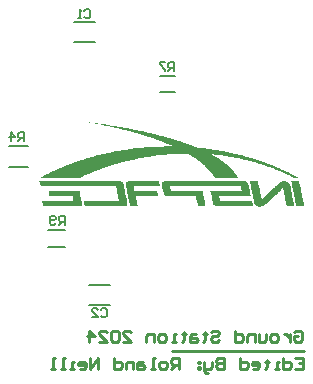
<source format=gbr>
%TF.GenerationSoftware,Altium Limited,Altium Designer,23.3.1 (30)*%
G04 Layer_Color=32896*
%FSLAX45Y45*%
%MOMM*%
%TF.SameCoordinates,3D4662BF-085F-4CF4-8E86-F61BF3E894F1*%
%TF.FilePolarity,Positive*%
%TF.FileFunction,Legend,Bot*%
%TF.Part,Single*%
G01*
G75*
%TA.AperFunction,NonConductor*%
%ADD41C,0.25400*%
%ADD54C,0.20000*%
%ADD56C,0.12800*%
G36*
X1776579Y2238389D02*
X1767197D01*
Y2241517D01*
X1776579D01*
Y2238389D01*
D02*
G37*
G36*
X1801600Y2235261D02*
X1823494D01*
Y2232134D01*
X1845387D01*
Y2229006D01*
X1867280D01*
Y2225879D01*
X1886046D01*
Y2222751D01*
X1907939D01*
Y2219623D01*
X1929833D01*
Y2216496D01*
X1948598D01*
Y2213368D01*
X1967364D01*
Y2210240D01*
X1986130D01*
Y2207113D01*
X2004895D01*
Y2203985D01*
X2023661D01*
Y2200858D01*
X2039299D01*
Y2197730D01*
X2058065D01*
Y2194602D01*
X2073703D01*
Y2191475D01*
X2092469D01*
Y2188347D01*
X2108107D01*
Y2185220D01*
X2123745D01*
Y2182092D01*
X2139383D01*
Y2178964D01*
X2155021D01*
Y2175837D01*
X2170659D01*
Y2172709D01*
X2186297D01*
Y2169582D01*
X2201935D01*
Y2166454D01*
X2214445D01*
Y2163326D01*
X2230083D01*
Y2160199D01*
X2245722D01*
Y2157071D01*
X2258232D01*
Y2153943D01*
X2270742D01*
Y2150816D01*
X2286380D01*
Y2147688D01*
X2298891D01*
Y2144561D01*
X2311402D01*
Y2141433D01*
X2323912D01*
Y2138305D01*
X2336423D01*
Y2135178D01*
X2348933D01*
Y2132050D01*
X2361443D01*
Y2128923D01*
X2373954D01*
Y2125795D01*
X2386464D01*
Y2122667D01*
X2398975D01*
Y2119540D01*
X2408358D01*
Y2116412D01*
X2420868D01*
Y2113285D01*
X2430251D01*
Y2110157D01*
X2442761D01*
Y2107029D01*
X2452144D01*
Y2103902D01*
X2464655D01*
Y2100774D01*
X2474037D01*
Y2097646D01*
X2483420D01*
Y2094519D01*
X2495931D01*
Y2091391D01*
X2505314D01*
Y2088264D01*
X2514697D01*
Y2085136D01*
X2524079D01*
Y2082008D01*
X2533462D01*
Y2078881D01*
X2545973D01*
Y2075753D01*
X2552228D01*
Y2072626D01*
X2561611D01*
Y2069498D01*
X2570994D01*
Y2066370D01*
X2580376D01*
Y2063243D01*
X2589759D01*
Y2060115D01*
X2599142D01*
Y2056988D01*
X2608525D01*
Y2053860D01*
X2614780D01*
Y2050732D01*
X2624163D01*
Y2047604D01*
X2633546D01*
Y2044477D01*
X2639801D01*
Y2041349D01*
X2649184D01*
Y2038222D01*
X2655439D01*
Y2035094D01*
X2664822D01*
Y2031966D01*
X2671077D01*
Y2028839D01*
X2680460D01*
Y2025711D01*
X2702353D01*
Y2022584D01*
X2730502D01*
Y2019456D01*
X2758651D01*
Y2016328D01*
X2783671D01*
Y2013201D01*
X2805565D01*
Y2010073D01*
X2827458D01*
Y2006946D01*
X2846224D01*
Y2003818D01*
X2864989D01*
Y2000690D01*
X2883755D01*
Y1997563D01*
X2899393D01*
Y1994435D01*
X2918159D01*
Y1991307D01*
X2933797D01*
Y1988180D01*
X2949435D01*
Y1985052D01*
X2961946D01*
Y1981925D01*
X2977584D01*
Y1978797D01*
X2990094D01*
Y1975669D01*
X3005732D01*
Y1972542D01*
X3018243D01*
Y1969414D01*
X3030753D01*
Y1966287D01*
X3043263D01*
Y1963159D01*
X3055774D01*
Y1960031D01*
X3068284D01*
Y1956904D01*
X3080795D01*
Y1953776D01*
X3090178D01*
Y1950649D01*
X3102688D01*
Y1947521D01*
X3115198D01*
Y1944393D01*
X3124582D01*
Y1941266D01*
X3133964D01*
Y1938138D01*
X3146475D01*
Y1935010D01*
X3155858D01*
Y1931883D01*
X3165240D01*
Y1928755D01*
X3177751D01*
Y1925628D01*
X3187134D01*
Y1922500D01*
X3196517D01*
Y1919372D01*
X3205899D01*
Y1916245D01*
X3215282D01*
Y1913117D01*
X3224665D01*
Y1909990D01*
X3234048D01*
Y1906862D01*
X3240303D01*
Y1903734D01*
X3249686D01*
Y1900607D01*
X3259069D01*
Y1897479D01*
X3268452D01*
Y1894351D01*
X3274707D01*
Y1891224D01*
X3284090D01*
Y1888096D01*
X3293473D01*
Y1884969D01*
X3299728D01*
Y1881841D01*
X3309111D01*
Y1878713D01*
X3315366D01*
Y1875586D01*
X3324749D01*
Y1872458D01*
X3331004D01*
Y1869331D01*
X3340387D01*
Y1866203D01*
X3346642D01*
Y1863075D01*
X3356025D01*
Y1859948D01*
X3362280D01*
Y1856820D01*
X3368535D01*
Y1853693D01*
X3377918D01*
Y1850565D01*
X3384174D01*
Y1847437D01*
X3390429D01*
Y1844309D01*
X3396684D01*
Y1841182D01*
X3406067D01*
Y1838054D01*
X3412322D01*
Y1834927D01*
X3418577D01*
Y1831799D01*
X3424832D01*
Y1828671D01*
X3431088D01*
Y1825544D01*
X3437343D01*
Y1822416D01*
X3446726D01*
Y1819289D01*
X3452981D01*
Y1816161D01*
X3459236D01*
Y1813033D01*
X3465491D01*
Y1809906D01*
X3471747D01*
Y1806778D01*
X3478002D01*
Y1803651D01*
X3484257D01*
Y1800523D01*
X3490512D01*
Y1797395D01*
X3496768D01*
Y1794268D01*
X3499895D01*
Y1791140D01*
X3506150D01*
Y1788012D01*
X3512406D01*
Y1784885D01*
X3518661D01*
Y1781757D01*
X3524916D01*
Y1778630D01*
X3531171D01*
Y1775502D01*
X3537427D01*
Y1772374D01*
X3540554D01*
Y1766119D01*
X3509278D01*
Y1769247D01*
X3503023D01*
Y1772374D01*
X3496768D01*
Y1775502D01*
X3490512D01*
Y1778630D01*
X3484257D01*
Y1781757D01*
X3478002D01*
Y1784885D01*
X3471747D01*
Y1788012D01*
X3465491D01*
Y1791140D01*
X3459236D01*
Y1794268D01*
X3452981D01*
Y1797395D01*
X3446726D01*
Y1800523D01*
X3437343D01*
Y1803651D01*
X3431088D01*
Y1806778D01*
X3424832D01*
Y1809906D01*
X3418577D01*
Y1813033D01*
X3412322D01*
Y1816161D01*
X3406067D01*
Y1819289D01*
X3396684D01*
Y1822416D01*
X3390429D01*
Y1825544D01*
X3384174D01*
Y1828671D01*
X3374791D01*
Y1831799D01*
X3368535D01*
Y1834927D01*
X3362280D01*
Y1838054D01*
X3352897D01*
Y1841182D01*
X3346642D01*
Y1844309D01*
X3337259D01*
Y1847437D01*
X3331004D01*
Y1850565D01*
X3321621D01*
Y1853693D01*
X3312238D01*
Y1856820D01*
X3305983D01*
Y1859948D01*
X3296600D01*
Y1863075D01*
X3287217D01*
Y1866203D01*
X3277835D01*
Y1869331D01*
X3268452D01*
Y1872458D01*
X3262196D01*
Y1875586D01*
X3252814D01*
Y1878713D01*
X3243431D01*
Y1881841D01*
X3234048D01*
Y1884969D01*
X3224665D01*
Y1888096D01*
X3212155D01*
Y1891224D01*
X3202772D01*
Y1894351D01*
X3193389D01*
Y1897479D01*
X3184006D01*
Y1900607D01*
X3171496D01*
Y1903734D01*
X3162113D01*
Y1906862D01*
X3149602D01*
Y1909990D01*
X3137092D01*
Y1913117D01*
X3124582D01*
Y1916245D01*
X3115198D01*
Y1919372D01*
X3102688D01*
Y1922500D01*
X3090178D01*
Y1925628D01*
X3074540D01*
Y1928755D01*
X3062029D01*
Y1931883D01*
X3046391D01*
Y1935010D01*
X3033881D01*
Y1938138D01*
X3015115D01*
Y1941266D01*
X2999477D01*
Y1944393D01*
X2983839D01*
Y1947521D01*
X2965073D01*
Y1950649D01*
X2946307D01*
Y1953776D01*
X2927542D01*
Y1956904D01*
X2902521D01*
Y1960031D01*
X2880627D01*
Y1963159D01*
X2855606D01*
Y1966287D01*
X2824330D01*
Y1969414D01*
X2805565D01*
Y1966287D01*
X2811820D01*
Y1963159D01*
X2818075D01*
Y1960031D01*
X2821203D01*
Y1956904D01*
X2827458D01*
Y1953776D01*
X2833713D01*
Y1950649D01*
X2839968D01*
Y1947521D01*
X2843096D01*
Y1944393D01*
X2849351D01*
Y1941266D01*
X2852479D01*
Y1938138D01*
X2858734D01*
Y1935010D01*
X2864989D01*
Y1931883D01*
X2868117D01*
Y1928755D01*
X2874372D01*
Y1925628D01*
X2877500D01*
Y1922500D01*
X2883755D01*
Y1919372D01*
X2886883D01*
Y1916245D01*
X2893138D01*
Y1913117D01*
X2896265D01*
Y1909990D01*
X2899393D01*
Y1906862D01*
X2905648D01*
Y1903734D01*
X2908776D01*
Y1900607D01*
X2911903D01*
Y1897479D01*
X2918159D01*
Y1894351D01*
X2921287D01*
Y1891224D01*
X2924414D01*
Y1888096D01*
X2927542D01*
Y1884969D01*
X2933797D01*
Y1881841D01*
X2936925D01*
Y1878713D01*
X2940052D01*
Y1875586D01*
X2943180D01*
Y1872458D01*
X2946307D01*
Y1869331D01*
X2949435D01*
Y1866203D01*
X2952563D01*
Y1863075D01*
X2955690D01*
Y1859948D01*
X2961946D01*
Y1856820D01*
X2965073D01*
Y1853693D01*
X2968201D01*
Y1850565D01*
X2971328D01*
Y1847437D01*
X2974456D01*
Y1841182D01*
X2977584D01*
Y1838054D01*
X2980711D01*
Y1834927D01*
X2983839D01*
Y1831799D01*
X2986966D01*
Y1828671D01*
X2990094D01*
Y1825544D01*
X2993222D01*
Y1822416D01*
X2996349D01*
Y1819289D01*
X2999477D01*
Y1813033D01*
X3002604D01*
Y1809906D01*
X3005732D01*
Y1806778D01*
X3008860D01*
Y1800523D01*
X3011987D01*
Y1797395D01*
X3015115D01*
Y1791140D01*
X3018243D01*
Y1788012D01*
X3021370D01*
Y1781757D01*
X3024498D01*
Y1775502D01*
X3027625D01*
Y1772374D01*
X3030753D01*
Y1769247D01*
X2830586D01*
Y1775502D01*
X2827458D01*
Y1778630D01*
X2824330D01*
Y1784885D01*
X2821203D01*
Y1791140D01*
X2818075D01*
Y1794268D01*
X2814948D01*
Y1800523D01*
X2811820D01*
Y1803651D01*
X2808692D01*
Y1806778D01*
X2805565D01*
Y1813033D01*
X2802437D01*
Y1816161D01*
X2799309D01*
Y1819289D01*
X2796182D01*
Y1822416D01*
X2793054D01*
Y1828671D01*
X2789927D01*
Y1831799D01*
X2786799D01*
Y1834927D01*
X2783671D01*
Y1838054D01*
X2780544D01*
Y1841182D01*
X2777416D01*
Y1844309D01*
X2774289D01*
Y1847437D01*
X2771161D01*
Y1850565D01*
X2768033D01*
Y1853693D01*
X2764906D01*
Y1856820D01*
X2761778D01*
Y1859948D01*
X2758651D01*
Y1863075D01*
X2755523D01*
Y1866203D01*
X2752395D01*
Y1869331D01*
X2749268D01*
Y1872458D01*
X2746140D01*
Y1875586D01*
X2743012D01*
Y1878713D01*
X2739885D01*
Y1881841D01*
X2736757D01*
Y1884969D01*
X2730502D01*
Y1888096D01*
X2727374D01*
Y1891224D01*
X2724247D01*
Y1894351D01*
X2721119D01*
Y1897479D01*
X2717992D01*
Y1900607D01*
X2711736D01*
Y1903734D01*
X2708609D01*
Y1906862D01*
X2705481D01*
Y1909990D01*
X2702353D01*
Y1913117D01*
X2696098D01*
Y1916245D01*
X2692970D01*
Y1919372D01*
X2686715D01*
Y1922500D01*
X2683588D01*
Y1925628D01*
X2680460D01*
Y1928755D01*
X2674205D01*
Y1931883D01*
X2671077D01*
Y1935010D01*
X2664822D01*
Y1938138D01*
X2661694D01*
Y1941266D01*
X2655439D01*
Y1944393D01*
X2652312D01*
Y1947521D01*
X2646056D01*
Y1950649D01*
X2642929D01*
Y1953776D01*
X2636673D01*
Y1956904D01*
X2630418D01*
Y1960031D01*
X2627291D01*
Y1963159D01*
X2621035D01*
Y1966287D01*
X2617908D01*
Y1969414D01*
X2611653D01*
Y1972542D01*
X2605397D01*
Y1975669D01*
X2511569D01*
Y1972542D01*
X2464655D01*
Y1969414D01*
X2427123D01*
Y1966287D01*
X2392720D01*
Y1963159D01*
X2364571D01*
Y1960031D01*
X2336423D01*
Y1956904D01*
X2314529D01*
Y1953776D01*
X2292636D01*
Y1950649D01*
X2270742D01*
Y1947521D01*
X2251977D01*
Y1944393D01*
X2233211D01*
Y1941266D01*
X2217573D01*
Y1938138D01*
X2198807D01*
Y1935010D01*
X2183169D01*
Y1931883D01*
X2170659D01*
Y1928755D01*
X2155021D01*
Y1925628D01*
X2142510D01*
Y1922500D01*
X2126872D01*
Y1919372D01*
X2114362D01*
Y1916245D01*
X2098724D01*
Y1913117D01*
X2086213D01*
Y1909990D01*
X2073703D01*
Y1906862D01*
X2061192D01*
Y1903734D01*
X2048682D01*
Y1900607D01*
X2039299D01*
Y1897479D01*
X2026789D01*
Y1894351D01*
X2014278D01*
Y1891224D01*
X2001768D01*
Y1888096D01*
X1992385D01*
Y1884969D01*
X1983002D01*
Y1881841D01*
X1970492D01*
Y1878713D01*
X1961109D01*
Y1875586D01*
X1951726D01*
Y1872458D01*
X1942343D01*
Y1869331D01*
X1932960D01*
Y1866203D01*
X1923577D01*
Y1863075D01*
X1911067D01*
Y1859948D01*
X1904812D01*
Y1856820D01*
X1895429D01*
Y1853693D01*
X1886046D01*
Y1850565D01*
X1876663D01*
Y1847437D01*
X1867280D01*
Y1844309D01*
X1857897D01*
Y1841182D01*
X1851642D01*
Y1838054D01*
X1842259D01*
Y1834927D01*
X1836004D01*
Y1831799D01*
X1826621D01*
Y1828671D01*
X1817238D01*
Y1825544D01*
X1810983D01*
Y1822416D01*
X1801600D01*
Y1819289D01*
X1795345D01*
Y1816161D01*
X1789090D01*
Y1813033D01*
X1779707D01*
Y1809906D01*
X1773452D01*
Y1806778D01*
X1764069D01*
Y1803651D01*
X1757814D01*
Y1800523D01*
X1751558D01*
Y1797395D01*
X1745303D01*
Y1794268D01*
X1735920D01*
Y1791140D01*
X1729665D01*
Y1788012D01*
X1723410D01*
Y1784885D01*
X1717155D01*
Y1781757D01*
X1710900D01*
Y1778630D01*
X1704644D01*
Y1775502D01*
X1698389D01*
Y1772374D01*
X1692134D01*
Y1769247D01*
X1685879D01*
Y1766119D01*
X1354351D01*
Y1772374D01*
X1360607D01*
Y1775502D01*
X1363734D01*
Y1778630D01*
X1369989D01*
Y1781757D01*
X1376245D01*
Y1784885D01*
X1382500D01*
Y1788012D01*
X1388755D01*
Y1791140D01*
X1395010D01*
Y1794268D01*
X1401266D01*
Y1797395D01*
X1407521D01*
Y1800523D01*
X1413776D01*
Y1803651D01*
X1420031D01*
Y1806778D01*
X1426286D01*
Y1809906D01*
X1432542D01*
Y1813033D01*
X1438797D01*
Y1816161D01*
X1445052D01*
Y1819289D01*
X1451307D01*
Y1822416D01*
X1457563D01*
Y1825544D01*
X1463818D01*
Y1828671D01*
X1470073D01*
Y1831799D01*
X1479456D01*
Y1834927D01*
X1485711D01*
Y1838054D01*
X1491966D01*
Y1841182D01*
X1498222D01*
Y1844309D01*
X1504477D01*
Y1847437D01*
X1513860D01*
Y1850565D01*
X1520115D01*
Y1853693D01*
X1526370D01*
Y1856820D01*
X1535753D01*
Y1859948D01*
X1542008D01*
Y1863075D01*
X1551391D01*
Y1866203D01*
X1557646D01*
Y1869331D01*
X1563902D01*
Y1872458D01*
X1573284D01*
Y1875586D01*
X1579540D01*
Y1878713D01*
X1588922D01*
Y1881841D01*
X1598305D01*
Y1884969D01*
X1604560D01*
Y1888096D01*
X1613943D01*
Y1891224D01*
X1623326D01*
Y1894351D01*
X1629581D01*
Y1897479D01*
X1638964D01*
Y1900607D01*
X1648347D01*
Y1903734D01*
X1657730D01*
Y1906862D01*
X1667113D01*
Y1909990D01*
X1673368D01*
Y1913117D01*
X1682751D01*
Y1916245D01*
X1692134D01*
Y1919372D01*
X1701517D01*
Y1922500D01*
X1714027D01*
Y1925628D01*
X1723410D01*
Y1928755D01*
X1732793D01*
Y1931883D01*
X1742176D01*
Y1935010D01*
X1754686D01*
Y1938138D01*
X1764069D01*
Y1941266D01*
X1773452D01*
Y1944393D01*
X1785962D01*
Y1947521D01*
X1795345D01*
Y1950649D01*
X1807855D01*
Y1953776D01*
X1820366D01*
Y1956904D01*
X1829749D01*
Y1960031D01*
X1842259D01*
Y1963159D01*
X1854770D01*
Y1966287D01*
X1867280D01*
Y1969414D01*
X1882918D01*
Y1972542D01*
X1895429D01*
Y1975669D01*
X1907939D01*
Y1978797D01*
X1923577D01*
Y1981925D01*
X1936088D01*
Y1985052D01*
X1951726D01*
Y1988180D01*
X1967364D01*
Y1991307D01*
X1983002D01*
Y1994435D01*
X1998640D01*
Y1997563D01*
X2017406D01*
Y2000690D01*
X2036171D01*
Y2003818D01*
X2054937D01*
Y2006946D01*
X2073703D01*
Y2010073D01*
X2095596D01*
Y2013201D01*
X2117489D01*
Y2016328D01*
X2142510D01*
Y2019456D01*
X2167531D01*
Y2022584D01*
X2195680D01*
Y2025711D01*
X2230083D01*
Y2028839D01*
X2267615D01*
Y2031966D01*
X2317657D01*
Y2035094D01*
X2398975D01*
Y2038222D01*
X2474037D01*
Y2041349D01*
X2467782D01*
Y2044477D01*
X2461527D01*
Y2047604D01*
X2455272D01*
Y2050732D01*
X2445889D01*
Y2053860D01*
X2439634D01*
Y2056988D01*
X2430251D01*
Y2060115D01*
X2423996D01*
Y2063243D01*
X2417740D01*
Y2066370D01*
X2408358D01*
Y2069498D01*
X2402102D01*
Y2072626D01*
X2392720D01*
Y2075753D01*
X2386464D01*
Y2078881D01*
X2377081D01*
Y2082008D01*
X2367699D01*
Y2085136D01*
X2358316D01*
Y2088264D01*
X2352061D01*
Y2091391D01*
X2342678D01*
Y2094519D01*
X2333295D01*
Y2097646D01*
X2323912D01*
Y2100774D01*
X2314529D01*
Y2103902D01*
X2308274D01*
Y2107029D01*
X2298891D01*
Y2110157D01*
X2289508D01*
Y2113285D01*
X2280125D01*
Y2116412D01*
X2270742D01*
Y2119540D01*
X2261360D01*
Y2122667D01*
X2248849D01*
Y2125795D01*
X2239466D01*
Y2128923D01*
X2230083D01*
Y2132050D01*
X2220701D01*
Y2135178D01*
X2211318D01*
Y2138305D01*
X2198807D01*
Y2141433D01*
X2189425D01*
Y2144561D01*
X2180042D01*
Y2147688D01*
X2167531D01*
Y2150816D01*
X2155021D01*
Y2153943D01*
X2145638D01*
Y2157071D01*
X2133128D01*
Y2160199D01*
X2123745D01*
Y2163326D01*
X2111234D01*
Y2166454D01*
X2098724D01*
Y2169582D01*
X2086213D01*
Y2172709D01*
X2073703D01*
Y2175837D01*
X2061192D01*
Y2178964D01*
X2048682D01*
Y2182092D01*
X2036171D01*
Y2185220D01*
X2023661D01*
Y2188347D01*
X2011150D01*
Y2191475D01*
X1998640D01*
Y2194602D01*
X1983002D01*
Y2197730D01*
X1970492D01*
Y2200858D01*
X1954853D01*
Y2203985D01*
X1942343D01*
Y2207113D01*
X1926705D01*
Y2210240D01*
X1914195D01*
Y2213368D01*
X1898556D01*
Y2216496D01*
X1882918D01*
Y2219623D01*
X1867280D01*
Y2222751D01*
X1851642D01*
Y2225879D01*
X1836004D01*
Y2229006D01*
X1817238D01*
Y2232134D01*
X1801600D01*
Y2235261D01*
X1785962D01*
Y2238389D01*
X1801600D01*
Y2235261D01*
D02*
G37*
G36*
X3434215Y1737971D02*
X3443598D01*
Y1734843D01*
X3449853D01*
Y1731715D01*
X3452981D01*
Y1728588D01*
X3456109D01*
Y1725460D01*
X3459236D01*
Y1722333D01*
X3462364D01*
Y1719205D01*
X3465491D01*
Y1716077D01*
X3468619D01*
Y1712950D01*
Y1709822D01*
Y1706695D01*
X3471747D01*
Y1697312D01*
X3474874D01*
Y1681674D01*
X3478002D01*
Y1666036D01*
X3481129D01*
Y1650398D01*
X3484257D01*
Y1634759D01*
X3487385D01*
Y1619121D01*
X3490512D01*
Y1603483D01*
X3493640D01*
Y1584717D01*
X3496768D01*
Y1569079D01*
X3499895D01*
Y1553441D01*
X3503023D01*
Y1537803D01*
X3506150D01*
Y1528420D01*
X3440471D01*
Y1544059D01*
X3437343D01*
Y1559697D01*
X3434215D01*
Y1575335D01*
X3431088D01*
Y1590973D01*
X3427960D01*
Y1606611D01*
X3424832D01*
Y1622249D01*
X3421705D01*
Y1637887D01*
X3418577D01*
Y1653525D01*
X3415450D01*
Y1669163D01*
X3412322D01*
Y1681674D01*
X3406067D01*
Y1678546D01*
X3402939D01*
Y1675418D01*
X3399812D01*
Y1672291D01*
X3396684D01*
Y1669163D01*
X3393556D01*
Y1666036D01*
X3390429D01*
Y1662908D01*
X3387301D01*
Y1659780D01*
X3384174D01*
Y1656653D01*
X3381046D01*
Y1653525D01*
X3377918D01*
Y1650398D01*
X3374791D01*
Y1647270D01*
X3371663D01*
Y1644142D01*
X3368535D01*
Y1641014D01*
X3365408D01*
Y1637887D01*
X3362280D01*
Y1634759D01*
X3359153D01*
Y1631632D01*
X3356025D01*
Y1628504D01*
X3352897D01*
Y1625376D01*
X3349770D01*
Y1622249D01*
X3346642D01*
Y1619121D01*
X3343515D01*
Y1615994D01*
X3340387D01*
Y1612866D01*
X3337259D01*
Y1609738D01*
X3334132D01*
Y1606611D01*
X3327877D01*
Y1603483D01*
X3324749D01*
Y1600356D01*
X3321621D01*
Y1597228D01*
X3318493D01*
Y1594100D01*
X3315366D01*
Y1590973D01*
X3312238D01*
Y1587845D01*
X3309111D01*
Y1584717D01*
X3305983D01*
Y1581590D01*
X3302855D01*
Y1578462D01*
X3299728D01*
Y1575335D01*
X3296600D01*
Y1572207D01*
X3293473D01*
Y1569079D01*
X3287217D01*
Y1565952D01*
X3284090D01*
Y1562824D01*
X3280962D01*
Y1559697D01*
X3277835D01*
Y1556569D01*
X3274707D01*
Y1553441D01*
X3271579D01*
Y1550314D01*
X3265324D01*
Y1547186D01*
X3262196D01*
Y1544059D01*
X3259069D01*
Y1540931D01*
X3255941D01*
Y1537803D01*
X3252814D01*
Y1534676D01*
X3246558D01*
Y1531548D01*
X3240303D01*
Y1528420D01*
X3227793D01*
Y1525293D01*
X3199644D01*
Y1528420D01*
X3190261D01*
Y1531548D01*
X3184006D01*
Y1534676D01*
X3180879D01*
Y1537803D01*
X3174623D01*
Y1544059D01*
X3171496D01*
Y1547186D01*
X3168368D01*
Y1559697D01*
X3165240D01*
Y1575335D01*
X3162113D01*
Y1590973D01*
X3158985D01*
Y1606611D01*
X3155858D01*
Y1622249D01*
X3152730D01*
Y1637887D01*
X3149602D01*
Y1653525D01*
X3146475D01*
Y1669163D01*
X3143347D01*
Y1684801D01*
X3140220D01*
Y1700439D01*
X3137092D01*
Y1716077D01*
X3133964D01*
Y1731715D01*
X3130837D01*
Y1741098D01*
X3196517D01*
Y1737971D01*
X3199644D01*
Y1725460D01*
X3202772D01*
Y1709822D01*
X3205899D01*
Y1697312D01*
X3209027D01*
Y1681674D01*
X3212155D01*
Y1666036D01*
X3215282D01*
Y1653525D01*
X3218410D01*
Y1637887D01*
X3221538D01*
Y1625376D01*
X3224665D01*
Y1609738D01*
X3227793D01*
Y1597228D01*
X3230920D01*
Y1590973D01*
X3234048D01*
Y1594100D01*
X3237176D01*
Y1597228D01*
X3240303D01*
Y1600356D01*
X3243431D01*
Y1603483D01*
X3246558D01*
Y1606611D01*
X3249686D01*
Y1609738D01*
X3255941D01*
Y1612866D01*
X3259069D01*
Y1615994D01*
X3262196D01*
Y1619121D01*
X3265324D01*
Y1622249D01*
X3268452D01*
Y1625376D01*
X3271579D01*
Y1628504D01*
X3274707D01*
Y1631632D01*
X3277835D01*
Y1634759D01*
X3280962D01*
Y1637887D01*
X3284090D01*
Y1641014D01*
X3287217D01*
Y1644142D01*
X3290345D01*
Y1647270D01*
X3296600D01*
Y1650398D01*
X3299728D01*
Y1653525D01*
X3302855D01*
Y1656653D01*
X3305983D01*
Y1659780D01*
X3309111D01*
Y1662908D01*
X3312238D01*
Y1666036D01*
X3315366D01*
Y1669163D01*
X3318493D01*
Y1672291D01*
X3321621D01*
Y1675418D01*
X3324749D01*
Y1678546D01*
X3327877D01*
Y1681674D01*
X3334132D01*
Y1684801D01*
X3337259D01*
Y1687929D01*
X3340387D01*
Y1691057D01*
X3343515D01*
Y1694184D01*
X3346642D01*
Y1697312D01*
X3349770D01*
Y1700439D01*
X3352897D01*
Y1703567D01*
X3356025D01*
Y1706695D01*
X3359153D01*
Y1709822D01*
X3362280D01*
Y1712950D01*
X3365408D01*
Y1716077D01*
X3371663D01*
Y1719205D01*
X3374791D01*
Y1722333D01*
X3377918D01*
Y1725460D01*
X3381046D01*
Y1728588D01*
X3384174D01*
Y1731715D01*
X3387301D01*
Y1734843D01*
X3393556D01*
Y1737971D01*
X3399812D01*
Y1741098D01*
X3434215D01*
Y1737971D01*
D02*
G37*
G36*
X3546810D02*
X3549937D01*
Y1722333D01*
X3553065D01*
Y1706695D01*
X3556192D01*
Y1691057D01*
X3559320D01*
Y1675418D01*
X3562448D01*
Y1659780D01*
X3565575D01*
Y1644142D01*
X3568703D01*
Y1628504D01*
X3571830D01*
Y1612866D01*
X3574958D01*
Y1597228D01*
X3578086D01*
Y1581590D01*
X3581213D01*
Y1569079D01*
X3584341D01*
Y1553441D01*
X3587469D01*
Y1537803D01*
X3590596D01*
Y1528420D01*
X3521788D01*
Y1544059D01*
X3518661D01*
Y1559697D01*
X3515533D01*
Y1575335D01*
X3512406D01*
Y1590973D01*
X3509278D01*
Y1606611D01*
X3506150D01*
Y1622249D01*
X3503023D01*
Y1637887D01*
X3499895D01*
Y1653525D01*
X3496768D01*
Y1669163D01*
X3493640D01*
Y1684801D01*
X3490512D01*
Y1700439D01*
X3487385D01*
Y1716077D01*
X3484257D01*
Y1731715D01*
X3481129D01*
Y1741098D01*
X3546810D01*
Y1737971D01*
D02*
G37*
G36*
X3093305D02*
X3099560D01*
Y1734843D01*
X3105816D01*
Y1731715D01*
X3108943D01*
Y1728588D01*
X3112071D01*
Y1722333D01*
X3115198D01*
Y1719205D01*
X3118326D01*
Y1706695D01*
X3121454D01*
Y1691057D01*
X3124582D01*
Y1675418D01*
X3127709D01*
Y1659780D01*
X3130837D01*
Y1644142D01*
X3133964D01*
Y1628504D01*
X3137092D01*
Y1612866D01*
X2871245D01*
Y1600356D01*
X2874372D01*
Y1584717D01*
X2877500D01*
Y1572207D01*
X3146475D01*
Y1569079D01*
X3149602D01*
Y1553441D01*
X3152730D01*
Y1537803D01*
X3155858D01*
Y1528420D01*
X2846224D01*
Y1531548D01*
X2836841D01*
Y1534676D01*
X2830586D01*
Y1537803D01*
X2827458D01*
Y1540931D01*
X2824330D01*
Y1544059D01*
X2821203D01*
Y1550314D01*
X2818075D01*
Y1559697D01*
X2814948D01*
Y1575335D01*
X2811820D01*
Y1590973D01*
X2808692D01*
Y1606611D01*
X2805565D01*
Y1622249D01*
X2802437D01*
Y1637887D01*
X2799309D01*
Y1653525D01*
X2796182D01*
Y1659780D01*
X3062029D01*
Y1669163D01*
X3058901D01*
Y1684801D01*
X3055774D01*
Y1697312D01*
X2452144D01*
Y1687929D01*
X2455272D01*
Y1672291D01*
X2458399D01*
Y1659780D01*
X2727374D01*
Y1656653D01*
X2730502D01*
Y1644142D01*
X2733630D01*
Y1628504D01*
X2736757D01*
Y1612866D01*
X2739885D01*
Y1597228D01*
X2743012D01*
Y1581590D01*
X2746140D01*
Y1565952D01*
X2749268D01*
Y1550314D01*
X2752395D01*
Y1534676D01*
X2755523D01*
Y1528420D01*
X2689843D01*
Y1540931D01*
X2686715D01*
Y1553441D01*
X2683588D01*
Y1569079D01*
X2680460D01*
Y1584717D01*
X2677332D01*
Y1600356D01*
X2674205D01*
Y1612866D01*
X2433378D01*
Y1615994D01*
X2420868D01*
Y1619121D01*
X2414613D01*
Y1622249D01*
X2411485D01*
Y1625376D01*
X2408358D01*
Y1628504D01*
X2405230D01*
Y1631632D01*
X2402102D01*
Y1637887D01*
X2398975D01*
Y1647270D01*
X2395847D01*
Y1662908D01*
X2392720D01*
Y1678546D01*
X2389592D01*
Y1694184D01*
X2386464D01*
Y1712950D01*
X2383337D01*
Y1722333D01*
X2386464D01*
Y1731715D01*
X2389592D01*
Y1734843D01*
X2392720D01*
Y1737971D01*
X2398975D01*
Y1741098D01*
X3093305D01*
Y1737971D01*
D02*
G37*
G36*
X2361443Y1734843D02*
X2364571D01*
Y1719205D01*
X2367699D01*
Y1703567D01*
X2370826D01*
Y1697312D01*
X2148766D01*
Y1678546D01*
X2151893D01*
Y1659780D01*
X2155021D01*
Y1656653D01*
X2345805D01*
Y1644142D01*
X2348933D01*
Y1628504D01*
X2352061D01*
Y1612866D01*
X2164404D01*
Y1600356D01*
X2167531D01*
Y1584717D01*
X2170659D01*
Y1569079D01*
X2173786D01*
Y1565952D01*
Y1553441D01*
X2176914D01*
Y1537803D01*
X2180042D01*
Y1528420D01*
X2117489D01*
Y1531548D01*
X2114362D01*
Y1544059D01*
X2111234D01*
Y1559697D01*
X2108107D01*
Y1575335D01*
X2104979D01*
Y1590973D01*
X2101851D01*
Y1606611D01*
X2098724D01*
Y1622249D01*
X2095596D01*
Y1637887D01*
X2092469D01*
Y1653525D01*
X2089341D01*
Y1669163D01*
X2086213D01*
Y1684801D01*
X2083086D01*
Y1700439D01*
X2079958D01*
Y1725460D01*
X2083086D01*
Y1731715D01*
X2086213D01*
Y1734843D01*
X2092469D01*
Y1737971D01*
X2098724D01*
Y1741098D01*
X2361443D01*
Y1734843D01*
D02*
G37*
G36*
X2036171Y1737971D02*
X2042427D01*
Y1734843D01*
X2048682D01*
Y1731715D01*
X2051809D01*
Y1728588D01*
X2054937D01*
Y1722333D01*
X2058065D01*
Y1716077D01*
X2061192D01*
Y1706695D01*
X2064320D01*
Y1691057D01*
X2067447D01*
Y1675418D01*
X2070575D01*
Y1659780D01*
X2073703D01*
Y1644142D01*
X2076830D01*
Y1628504D01*
X2079958D01*
Y1612866D01*
X2083086D01*
Y1597228D01*
X2086213D01*
Y1581590D01*
X2089341D01*
Y1565952D01*
X2092469D01*
Y1540931D01*
X2089341D01*
Y1534676D01*
X2083086D01*
Y1531548D01*
X2076830D01*
Y1528420D01*
X1735920D01*
Y1531548D01*
X1732793D01*
Y1544059D01*
X1729665D01*
Y1559697D01*
X1726538D01*
Y1572207D01*
X2020533D01*
Y1587845D01*
X2017406D01*
Y1603483D01*
X2014278D01*
Y1619121D01*
X2011150D01*
Y1634759D01*
X2008023D01*
Y1650398D01*
X2004895D01*
Y1666036D01*
X2001768D01*
Y1681674D01*
X1998640D01*
Y1697312D01*
X1357479D01*
Y1706695D01*
X1354351D01*
Y1722333D01*
X1351224D01*
Y1734843D01*
X1348096D01*
Y1741098D01*
X2036171D01*
Y1737971D01*
D02*
G37*
G36*
X1685879Y1656653D02*
X1689006D01*
Y1641014D01*
X1692134D01*
Y1625376D01*
X1695261D01*
Y1609738D01*
X1698389D01*
Y1594100D01*
X1701517D01*
Y1578462D01*
X1704644D01*
Y1562824D01*
X1707772D01*
Y1547186D01*
X1710900D01*
Y1531548D01*
X1714027D01*
Y1528420D01*
X1379372D01*
Y1537803D01*
X1376245D01*
Y1553441D01*
X1373117D01*
Y1569079D01*
X1369989D01*
Y1575335D01*
X1635837D01*
Y1584717D01*
X1632709D01*
Y1600356D01*
X1629581D01*
Y1612866D01*
X1435669D01*
Y1619121D01*
X1432542D01*
Y1634759D01*
X1429414D01*
Y1650398D01*
X1426286D01*
Y1659780D01*
X1685879D01*
Y1656653D01*
D02*
G37*
D41*
X2470000Y302500D02*
X3587500D01*
X3502955Y461206D02*
X3519616Y477868D01*
X3552939D01*
X3569600Y461206D01*
Y394561D01*
X3552939Y377900D01*
X3519616D01*
X3502955Y394561D01*
Y427884D01*
X3536277D01*
X3469632Y444545D02*
Y377900D01*
Y411222D01*
X3452971Y427884D01*
X3436310Y444545D01*
X3419648D01*
X3353003Y377900D02*
X3319680D01*
X3303019Y394561D01*
Y427884D01*
X3319680Y444545D01*
X3353003D01*
X3369664Y427884D01*
Y394561D01*
X3353003Y377900D01*
X3269697Y444545D02*
Y394561D01*
X3253035Y377900D01*
X3203052D01*
Y444545D01*
X3169729Y377900D02*
Y444545D01*
X3119745D01*
X3103084Y427884D01*
Y377900D01*
X3003116Y477868D02*
Y377900D01*
X3053100D01*
X3069761Y394561D01*
Y427884D01*
X3053100Y444545D01*
X3003116D01*
X2803180Y461206D02*
X2819841Y477868D01*
X2853164D01*
X2869825Y461206D01*
Y444545D01*
X2853164Y427884D01*
X2819841D01*
X2803180Y411222D01*
Y394561D01*
X2819841Y377900D01*
X2853164D01*
X2869825Y394561D01*
X2753196Y461206D02*
Y444545D01*
X2769858D01*
X2736535D01*
X2753196D01*
Y394561D01*
X2736535Y377900D01*
X2669890Y444545D02*
X2636567D01*
X2619906Y427884D01*
Y377900D01*
X2669890D01*
X2686551Y394561D01*
X2669890Y411222D01*
X2619906D01*
X2569922Y461206D02*
Y444545D01*
X2586583D01*
X2553261D01*
X2569922D01*
Y394561D01*
X2553261Y377900D01*
X2503277D02*
X2469954D01*
X2486616D01*
Y444545D01*
X2503277D01*
X2403309Y377900D02*
X2369987D01*
X2353325Y394561D01*
Y427884D01*
X2369987Y444545D01*
X2403309D01*
X2419971Y427884D01*
Y394561D01*
X2403309Y377900D01*
X2320003D02*
Y444545D01*
X2270019D01*
X2253358Y427884D01*
Y377900D01*
X2053422D02*
X2120067D01*
X2053422Y444545D01*
Y461206D01*
X2070083Y477868D01*
X2103406D01*
X2120067Y461206D01*
X2020099D02*
X2003438Y477868D01*
X1970115D01*
X1953454Y461206D01*
Y394561D01*
X1970115Y377900D01*
X2003438D01*
X2020099Y394561D01*
Y461206D01*
X1853487Y377900D02*
X1920132D01*
X1853487Y444545D01*
Y461206D01*
X1870148Y477868D01*
X1903470D01*
X1920132Y461206D01*
X1770180Y377900D02*
Y477868D01*
X1820164Y427884D01*
X1753519D01*
X3510455Y248690D02*
X3577100D01*
Y148723D01*
X3510455D01*
X3577100Y198706D02*
X3543778D01*
X3410487Y248690D02*
Y148723D01*
X3460471D01*
X3477132Y165384D01*
Y198706D01*
X3460471Y215368D01*
X3410487D01*
X3377164Y148723D02*
X3343842D01*
X3360503D01*
Y215368D01*
X3377164D01*
X3277197Y232029D02*
Y215368D01*
X3293858D01*
X3260536D01*
X3277197D01*
Y165384D01*
X3260536Y148723D01*
X3160568D02*
X3193890D01*
X3210552Y165384D01*
Y198706D01*
X3193890Y215368D01*
X3160568D01*
X3143907Y198706D01*
Y182045D01*
X3210552D01*
X3043939Y248690D02*
Y148723D01*
X3093922D01*
X3110584Y165384D01*
Y198706D01*
X3093922Y215368D01*
X3043939D01*
X2910648Y248690D02*
Y148723D01*
X2860664D01*
X2844003Y165384D01*
Y182045D01*
X2860664Y198706D01*
X2910648D01*
X2860664D01*
X2844003Y215368D01*
Y232029D01*
X2860664Y248690D01*
X2910648D01*
X2810680Y215368D02*
Y165384D01*
X2794019Y148723D01*
X2744035D01*
Y132061D01*
X2760697Y115400D01*
X2777358D01*
X2744035Y148723D02*
Y215368D01*
X2710713D02*
X2694051D01*
Y198706D01*
X2710713D01*
Y215368D01*
Y165384D02*
X2694051D01*
Y148723D01*
X2710713D01*
Y165384D01*
X2527438Y148723D02*
Y248690D01*
X2477455D01*
X2460793Y232029D01*
Y198706D01*
X2477455Y182045D01*
X2527438D01*
X2494116D02*
X2460793Y148723D01*
X2410809D02*
X2377487D01*
X2360826Y165384D01*
Y198706D01*
X2377487Y215368D01*
X2410809D01*
X2427471Y198706D01*
Y165384D01*
X2410809Y148723D01*
X2327503D02*
X2294180D01*
X2310841D01*
Y248690D01*
X2327503D01*
X2227535Y215368D02*
X2194213D01*
X2177551Y198706D01*
Y148723D01*
X2227535D01*
X2244196Y165384D01*
X2227535Y182045D01*
X2177551D01*
X2144229Y148723D02*
Y215368D01*
X2094245D01*
X2077584Y198706D01*
Y148723D01*
X1977616Y248690D02*
Y148723D01*
X2027599D01*
X2044261Y165384D01*
Y198706D01*
X2027599Y215368D01*
X1977616D01*
X1844325Y148723D02*
Y248690D01*
X1777680Y148723D01*
Y248690D01*
X1694374Y148723D02*
X1727696D01*
X1744357Y165384D01*
Y198706D01*
X1727696Y215368D01*
X1694374D01*
X1677712Y198706D01*
Y182045D01*
X1744357D01*
X1644390Y148723D02*
X1611067D01*
X1627728D01*
Y215368D01*
X1644390D01*
X1561083Y148723D02*
X1527761D01*
X1544422D01*
Y248690D01*
X1561083D01*
X1477777Y148723D02*
X1444454D01*
X1461115D01*
Y248690D01*
X1477777D01*
D54*
X1767502Y864999D02*
X1942498D01*
X1767502Y695001D02*
X1942498D01*
X1087501Y1859998D02*
X1247501D01*
X1087501Y2040002D02*
X1247501D01*
X1644469Y2919702D02*
X1819464D01*
X1645002Y3089999D02*
X1819998D01*
X2366378Y2500002D02*
X2493622D01*
X2366378Y2634998D02*
X2493622D01*
X1421376Y1326126D02*
X1568624D01*
X1421376Y1188874D02*
X1568624D01*
D56*
X1867496Y652492D02*
X1879992Y664988D01*
X1904984D01*
X1917480Y652492D01*
Y602508D01*
X1904984Y590012D01*
X1879992D01*
X1867496Y602508D01*
X1792520Y590012D02*
X1842504D01*
X1792520Y639996D01*
Y652492D01*
X1805016Y664988D01*
X1830008D01*
X1842504Y652492D01*
X1217480Y2082512D02*
Y2157488D01*
X1179992D01*
X1167496Y2144992D01*
Y2120000D01*
X1179992Y2107504D01*
X1217480D01*
X1192488D02*
X1167496Y2082512D01*
X1105016D02*
Y2157488D01*
X1142504Y2120000D01*
X1092520D01*
X1727500Y3184992D02*
X1739996Y3197488D01*
X1764988D01*
X1777484Y3184992D01*
Y3135008D01*
X1764988Y3122512D01*
X1739996D01*
X1727500Y3135008D01*
X1702508Y3122512D02*
X1677516D01*
X1690012D01*
Y3197488D01*
X1702508Y3184992D01*
X1562480Y1372512D02*
Y1447488D01*
X1524992D01*
X1512496Y1434992D01*
Y1410000D01*
X1524992Y1397504D01*
X1562480D01*
X1537488D02*
X1512496Y1372512D01*
X1487504Y1385008D02*
X1475008Y1372512D01*
X1450016D01*
X1437520Y1385008D01*
Y1434992D01*
X1450016Y1447488D01*
X1475008D01*
X1487504Y1434992D01*
Y1422496D01*
X1475008Y1410000D01*
X1437520D01*
X2489980Y2672512D02*
Y2747488D01*
X2452492D01*
X2439996Y2734992D01*
Y2710000D01*
X2452492Y2697504D01*
X2489980D01*
X2464988D02*
X2439996Y2672512D01*
X2415004Y2747488D02*
X2365020D01*
Y2734992D01*
X2415004Y2685008D01*
Y2672512D01*
%TF.MD5,1d6f85059d9c9f2b1fee0097a0fefa00*%
M02*

</source>
